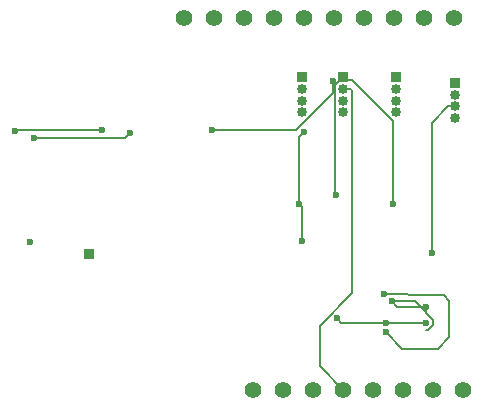
<source format=gbr>
%TF.GenerationSoftware,KiCad,Pcbnew,8.0.5*%
%TF.CreationDate,2024-11-24T20:26:59-06:00*%
%TF.ProjectId,Milestone2,4d696c65-7374-46f6-9e65-322e6b696361,rev?*%
%TF.SameCoordinates,Original*%
%TF.FileFunction,Copper,L2,Bot*%
%TF.FilePolarity,Positive*%
%FSLAX46Y46*%
G04 Gerber Fmt 4.6, Leading zero omitted, Abs format (unit mm)*
G04 Created by KiCad (PCBNEW 8.0.5) date 2024-11-24 20:26:59*
%MOMM*%
%LPD*%
G01*
G04 APERTURE LIST*
%TA.AperFunction,ComponentPad*%
%ADD10C,1.422000*%
%TD*%
%TA.AperFunction,ComponentPad*%
%ADD11R,0.850000X0.850000*%
%TD*%
%TA.AperFunction,ComponentPad*%
%ADD12O,0.850000X0.850000*%
%TD*%
%TA.AperFunction,ViaPad*%
%ADD13C,0.600000*%
%TD*%
%TA.AperFunction,Conductor*%
%ADD14C,0.200000*%
%TD*%
G04 APERTURE END LIST*
D10*
%TO.P,U1,1,BOOT*%
%TO.N,unconnected-(U1-BOOT-Pad1)*%
X162880000Y-101500000D03*
%TO.P,U1,2,IOREF*%
%TO.N,unconnected-(U1-IOREF-Pad2)*%
X165420000Y-101500000D03*
%TO.P,U1,3,Reset*%
%TO.N,unconnected-(U1-Reset-Pad3)*%
X167960000Y-101500000D03*
%TO.P,U1,4,+3V3*%
%TO.N,Net-(INT1-B)*%
X170500000Y-101500000D03*
%TO.P,U1,5,+5V*%
%TO.N,Net-(U1-+5V)*%
X173040000Y-101500000D03*
%TO.P,U1,6,GND*%
%TO.N,unconnected-(U1-GND-Pad6)*%
X175580000Y-101500000D03*
%TO.P,U1,7,GND*%
%TO.N,unconnected-(U1-GND-Pad7)*%
X178120000Y-101500000D03*
%TO.P,U1,8,VIN*%
%TO.N,unconnected-(U1-VIN-Pad8)*%
X180660000Y-101500000D03*
%TD*%
D11*
%TO.P,J1,1,Pin_1*%
%TO.N,Net-(J1-Pin_1)*%
X167000000Y-75000000D03*
D12*
%TO.P,J1,2*%
%TO.N,N/C*%
X167000000Y-76000000D03*
%TO.P,J1,3*%
X167000000Y-77000000D03*
%TO.P,J1,4*%
X167000000Y-78000000D03*
%TD*%
D10*
%TO.P,U5,1,SCL*%
%TO.N,Net-(J2-Pin_4)*%
X157000000Y-70000000D03*
%TO.P,U5,2,SDA*%
%TO.N,Net-(J2-Pin_3)*%
X159540000Y-70000000D03*
%TO.P,U5,3,AREF*%
%TO.N,unconnected-(U5-AREF-Pad3)*%
X162080000Y-70000000D03*
%TO.P,U5,4,GND*%
%TO.N,unconnected-(U5-GND-Pad4)*%
X164620000Y-70000000D03*
%TO.P,U5,5,D13/SCK/CANRX0*%
%TO.N,unconnected-(U5-D13{slash}SCK{slash}CANRX0-Pad5)*%
X167160000Y-70000000D03*
%TO.P,U5,6,D12/CIPO*%
%TO.N,unconnected-(U5-D12{slash}CIPO-Pad6)*%
X169700000Y-70000000D03*
%TO.P,U5,7,~D11/COPI*%
%TO.N,unconnected-(U5-~D11{slash}COPI-Pad7)*%
X172240000Y-70000000D03*
%TO.P,U5,8,~D10/CS/CANTX0*%
%TO.N,unconnected-(U5-~D10{slash}CS{slash}CANTX0-Pad8)*%
X174780000Y-70000000D03*
%TO.P,U5,9,~D9*%
%TO.N,unconnected-(U5-~D9-Pad9)*%
X177320000Y-70000000D03*
%TO.P,U5,10,D8*%
%TO.N,Net-(J2-Pin_3)*%
X179860000Y-70000000D03*
%TD*%
D11*
%TO.P,J5,1,Pin_1*%
%TO.N,GND*%
X180000000Y-75500000D03*
D12*
%TO.P,J5,2,Pin_2*%
%TO.N,Net-(INT1-B)*%
X180000000Y-76500000D03*
%TO.P,J5,3,Pin_3*%
%TO.N,Net-(J2-Pin_3)*%
X180000000Y-77500000D03*
%TO.P,J5,4,Pin_4*%
%TO.N,Net-(J2-Pin_4)*%
X180000000Y-78500000D03*
%TD*%
D11*
%TO.P,J4,1,Pin_1*%
%TO.N,GND*%
X170500000Y-75000000D03*
D12*
%TO.P,J4,2,Pin_2*%
%TO.N,Net-(INT1-B)*%
X170500000Y-76000000D03*
%TO.P,J4,3,Pin_3*%
%TO.N,Net-(J2-Pin_3)*%
X170500000Y-77000000D03*
%TO.P,J4,4,Pin_4*%
%TO.N,Net-(J2-Pin_4)*%
X170500000Y-78000000D03*
%TD*%
D11*
%TO.P,J3,1,Pin_1*%
%TO.N,Net-(J2-Pin_3)*%
X149000000Y-90000000D03*
%TD*%
%TO.P,J2,1,Pin_1*%
%TO.N,GND*%
X175000000Y-75000000D03*
D12*
%TO.P,J2,2,Pin_2*%
%TO.N,Net-(INT1-B)*%
X175000000Y-76000000D03*
%TO.P,J2,3,Pin_3*%
%TO.N,Net-(J2-Pin_3)*%
X175000000Y-77000000D03*
%TO.P,J2,4,Pin_4*%
%TO.N,Net-(J2-Pin_4)*%
X175000000Y-78000000D03*
%TD*%
D13*
%TO.N,Net-(J2-Pin_3)*%
X173958578Y-93357108D03*
X174100000Y-96600003D03*
X174600735Y-93999265D03*
%TO.N,GND*%
X169900000Y-85000000D03*
X174695000Y-85800000D03*
%TO.N,Net-(J2-Pin_3)*%
X174600735Y-93999265D03*
X177500000Y-94500000D03*
X177994998Y-89948527D03*
%TO.N,Net-(J1-Pin_1)*%
X177500000Y-95800000D03*
%TO.N,GND*%
X144312500Y-80174999D03*
X152487500Y-79750000D03*
%TO.N,Net-(J1-Pin_1)*%
X150100000Y-79500000D03*
X142721507Y-79608727D03*
X167186918Y-79686917D03*
X167000000Y-88890000D03*
X166795000Y-85800000D03*
X169955607Y-95455607D03*
X174100000Y-95800000D03*
%TO.N,GND*%
X169628512Y-75329982D03*
X159400000Y-79500000D03*
%TO.N,Net-(INT1-B)*%
X144000000Y-89000000D03*
%TD*%
D14*
%TO.N,Net-(J2-Pin_3)*%
X179500000Y-94000000D02*
X179500000Y-97000000D01*
X179000000Y-93500000D02*
X179500000Y-94000000D01*
X179500000Y-97000000D02*
X178500000Y-98000000D01*
X173958578Y-93357108D02*
X175905637Y-93357108D01*
X176048529Y-93500000D02*
X179000000Y-93500000D01*
X175499997Y-98000000D02*
X174100000Y-96600003D01*
X175905637Y-93357108D02*
X176048529Y-93500000D01*
X178500000Y-98000000D02*
X175499997Y-98000000D01*
X178100000Y-96048529D02*
X177698529Y-96450000D01*
X174600735Y-93999265D02*
X176547794Y-93999265D01*
X176547794Y-93999265D02*
X178100000Y-95551471D01*
X178100000Y-95551471D02*
X178100000Y-96048529D01*
X177698529Y-96450000D02*
X177500000Y-96450000D01*
%TO.N,GND*%
X169900000Y-85000000D02*
X169775000Y-84875000D01*
X169775000Y-75699695D02*
X170199695Y-75275000D01*
X170199695Y-75275000D02*
X171249695Y-75275000D01*
X171249695Y-75275000D02*
X174695000Y-78720305D01*
X174695000Y-78720305D02*
X174695000Y-85800000D01*
X169775000Y-84875000D02*
X169775000Y-75699695D01*
%TO.N,Net-(J2-Pin_3)*%
X174600735Y-93999265D02*
X175101470Y-94500000D01*
X175101470Y-94500000D02*
X177500000Y-94500000D01*
X177500000Y-94500000D02*
X177500000Y-95000000D01*
X177994998Y-89948527D02*
X177994998Y-78903962D01*
X177994998Y-78903962D02*
X179398960Y-77500000D01*
X179398960Y-77500000D02*
X180000000Y-77500000D01*
%TO.N,Net-(J1-Pin_1)*%
X177500000Y-95800000D02*
X174100000Y-95800000D01*
%TO.N,GND*%
X144312500Y-80174999D02*
X152062501Y-80174999D01*
X152062501Y-80174999D02*
X152487500Y-79750000D01*
%TO.N,Net-(J1-Pin_1)*%
X142830234Y-79500000D02*
X142721507Y-79608727D01*
X150100000Y-79500000D02*
X142830234Y-79500000D01*
%TO.N,Net-(INT1-B)*%
X168500000Y-96062685D02*
X168500000Y-99500000D01*
X171225000Y-93337685D02*
X168500000Y-96062685D01*
X171225000Y-76123960D02*
X171225000Y-93337685D01*
X171101040Y-76000000D02*
X171225000Y-76123960D01*
X170500000Y-76000000D02*
X171101040Y-76000000D01*
X168500000Y-99500000D02*
X170500000Y-101500000D01*
%TO.N,Net-(J1-Pin_1)*%
X166795000Y-80078835D02*
X166795000Y-85800000D01*
X167186918Y-79686917D02*
X166795000Y-80078835D01*
X167000000Y-88890000D02*
X167000000Y-86005000D01*
X167000000Y-86005000D02*
X166795000Y-85800000D01*
X169955607Y-95455607D02*
X170300000Y-95800000D01*
X170300000Y-95800000D02*
X174100000Y-95800000D01*
%TO.N,GND*%
X169628512Y-76396793D02*
X166525305Y-79500000D01*
X169628512Y-75329982D02*
X169628512Y-76396793D01*
X166525305Y-79500000D02*
X159400000Y-79500000D01*
%TD*%
M02*

</source>
